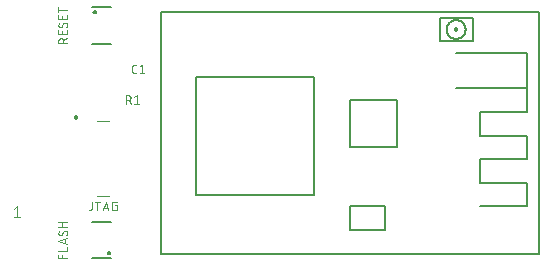
<source format=gto>
G04 EAGLE Gerber RS-274X export*
G75*
%MOMM*%
%FSLAX34Y34*%
%LPD*%
%INSilkscreen Top*%
%IPPOS*%
%AMOC8*
5,1,8,0,0,1.08239X$1,22.5*%
G01*
%ADD10C,0.076200*%
%ADD11C,0.127000*%
%ADD12C,0.100000*%
%ADD13C,0.200000*%
%ADD14C,0.200000*%


D10*
X25381Y50691D02*
X27992Y52779D01*
X27992Y43381D01*
X30602Y43381D02*
X25381Y43381D01*
X127518Y165317D02*
X129155Y165317D01*
X127518Y165317D02*
X127440Y165319D01*
X127362Y165324D01*
X127285Y165334D01*
X127208Y165347D01*
X127132Y165363D01*
X127057Y165383D01*
X126983Y165407D01*
X126910Y165434D01*
X126838Y165465D01*
X126768Y165499D01*
X126700Y165536D01*
X126633Y165577D01*
X126568Y165621D01*
X126506Y165667D01*
X126446Y165717D01*
X126388Y165769D01*
X126333Y165824D01*
X126281Y165882D01*
X126231Y165942D01*
X126185Y166004D01*
X126141Y166069D01*
X126100Y166136D01*
X126063Y166204D01*
X126029Y166274D01*
X125998Y166346D01*
X125971Y166419D01*
X125947Y166493D01*
X125927Y166568D01*
X125911Y166644D01*
X125898Y166721D01*
X125888Y166798D01*
X125883Y166876D01*
X125881Y166954D01*
X125881Y171046D01*
X125883Y171126D01*
X125889Y171206D01*
X125899Y171286D01*
X125912Y171365D01*
X125930Y171444D01*
X125951Y171521D01*
X125977Y171597D01*
X126006Y171672D01*
X126038Y171746D01*
X126074Y171818D01*
X126114Y171888D01*
X126157Y171955D01*
X126203Y172021D01*
X126253Y172084D01*
X126305Y172145D01*
X126360Y172204D01*
X126419Y172259D01*
X126479Y172311D01*
X126543Y172361D01*
X126609Y172407D01*
X126676Y172450D01*
X126746Y172490D01*
X126818Y172526D01*
X126892Y172558D01*
X126966Y172587D01*
X127043Y172613D01*
X127120Y172634D01*
X127199Y172652D01*
X127278Y172665D01*
X127358Y172675D01*
X127438Y172681D01*
X127518Y172683D01*
X129155Y172683D01*
X132000Y171046D02*
X134046Y172683D01*
X134046Y165317D01*
X132000Y165317D02*
X136092Y165317D01*
D11*
X150000Y12500D02*
X470000Y12500D01*
X470000Y217500D01*
X150000Y217500D01*
X150000Y12500D01*
X180000Y62500D02*
X180000Y162500D01*
X180000Y62500D02*
X280000Y62500D01*
X280000Y162500D01*
X180000Y162500D01*
X310000Y142500D02*
X310000Y102500D01*
X350000Y102500D01*
X350000Y142500D01*
X310000Y142500D01*
X310000Y52500D02*
X310000Y32500D01*
X340000Y32500D01*
X340000Y52500D01*
X310000Y52500D01*
X386000Y192500D02*
X386000Y212500D01*
X386000Y192500D02*
X414000Y192500D01*
X414000Y212500D01*
X386000Y212500D01*
X400000Y152500D02*
X460000Y152500D01*
X460000Y132500D01*
X420000Y132500D01*
X420000Y112500D01*
X460000Y112500D01*
X460000Y92500D01*
X420000Y92500D01*
X420000Y72500D01*
X460000Y72500D01*
X460000Y52500D01*
X420000Y52500D01*
X460000Y152500D02*
X460000Y182500D01*
X400000Y182500D01*
X392000Y202500D02*
X392002Y202696D01*
X392010Y202893D01*
X392022Y203089D01*
X392039Y203284D01*
X392060Y203479D01*
X392087Y203674D01*
X392118Y203868D01*
X392154Y204061D01*
X392194Y204253D01*
X392240Y204444D01*
X392290Y204634D01*
X392344Y204822D01*
X392404Y205009D01*
X392468Y205195D01*
X392536Y205379D01*
X392609Y205561D01*
X392686Y205742D01*
X392768Y205920D01*
X392854Y206097D01*
X392945Y206271D01*
X393039Y206443D01*
X393138Y206613D01*
X393241Y206780D01*
X393348Y206945D01*
X393459Y207106D01*
X393574Y207266D01*
X393693Y207422D01*
X393816Y207575D01*
X393942Y207725D01*
X394072Y207872D01*
X394206Y208016D01*
X394343Y208157D01*
X394484Y208294D01*
X394628Y208428D01*
X394775Y208558D01*
X394925Y208684D01*
X395078Y208807D01*
X395234Y208926D01*
X395394Y209041D01*
X395555Y209152D01*
X395720Y209259D01*
X395887Y209362D01*
X396057Y209461D01*
X396229Y209555D01*
X396403Y209646D01*
X396580Y209732D01*
X396758Y209814D01*
X396939Y209891D01*
X397121Y209964D01*
X397305Y210032D01*
X397491Y210096D01*
X397678Y210156D01*
X397866Y210210D01*
X398056Y210260D01*
X398247Y210306D01*
X398439Y210346D01*
X398632Y210382D01*
X398826Y210413D01*
X399021Y210440D01*
X399216Y210461D01*
X399411Y210478D01*
X399607Y210490D01*
X399804Y210498D01*
X400000Y210500D01*
X400196Y210498D01*
X400393Y210490D01*
X400589Y210478D01*
X400784Y210461D01*
X400979Y210440D01*
X401174Y210413D01*
X401368Y210382D01*
X401561Y210346D01*
X401753Y210306D01*
X401944Y210260D01*
X402134Y210210D01*
X402322Y210156D01*
X402509Y210096D01*
X402695Y210032D01*
X402879Y209964D01*
X403061Y209891D01*
X403242Y209814D01*
X403420Y209732D01*
X403597Y209646D01*
X403771Y209555D01*
X403943Y209461D01*
X404113Y209362D01*
X404280Y209259D01*
X404445Y209152D01*
X404606Y209041D01*
X404766Y208926D01*
X404922Y208807D01*
X405075Y208684D01*
X405225Y208558D01*
X405372Y208428D01*
X405516Y208294D01*
X405657Y208157D01*
X405794Y208016D01*
X405928Y207872D01*
X406058Y207725D01*
X406184Y207575D01*
X406307Y207422D01*
X406426Y207266D01*
X406541Y207106D01*
X406652Y206945D01*
X406759Y206780D01*
X406862Y206613D01*
X406961Y206443D01*
X407055Y206271D01*
X407146Y206097D01*
X407232Y205920D01*
X407314Y205742D01*
X407391Y205561D01*
X407464Y205379D01*
X407532Y205195D01*
X407596Y205009D01*
X407656Y204822D01*
X407710Y204634D01*
X407760Y204444D01*
X407806Y204253D01*
X407846Y204061D01*
X407882Y203868D01*
X407913Y203674D01*
X407940Y203479D01*
X407961Y203284D01*
X407978Y203089D01*
X407990Y202893D01*
X407998Y202696D01*
X408000Y202500D01*
X407998Y202304D01*
X407990Y202107D01*
X407978Y201911D01*
X407961Y201716D01*
X407940Y201521D01*
X407913Y201326D01*
X407882Y201132D01*
X407846Y200939D01*
X407806Y200747D01*
X407760Y200556D01*
X407710Y200366D01*
X407656Y200178D01*
X407596Y199991D01*
X407532Y199805D01*
X407464Y199621D01*
X407391Y199439D01*
X407314Y199258D01*
X407232Y199080D01*
X407146Y198903D01*
X407055Y198729D01*
X406961Y198557D01*
X406862Y198387D01*
X406759Y198220D01*
X406652Y198055D01*
X406541Y197894D01*
X406426Y197734D01*
X406307Y197578D01*
X406184Y197425D01*
X406058Y197275D01*
X405928Y197128D01*
X405794Y196984D01*
X405657Y196843D01*
X405516Y196706D01*
X405372Y196572D01*
X405225Y196442D01*
X405075Y196316D01*
X404922Y196193D01*
X404766Y196074D01*
X404606Y195959D01*
X404445Y195848D01*
X404280Y195741D01*
X404113Y195638D01*
X403943Y195539D01*
X403771Y195445D01*
X403597Y195354D01*
X403420Y195268D01*
X403242Y195186D01*
X403061Y195109D01*
X402879Y195036D01*
X402695Y194968D01*
X402509Y194904D01*
X402322Y194844D01*
X402134Y194790D01*
X401944Y194740D01*
X401753Y194694D01*
X401561Y194654D01*
X401368Y194618D01*
X401174Y194587D01*
X400979Y194560D01*
X400784Y194539D01*
X400589Y194522D01*
X400393Y194510D01*
X400196Y194502D01*
X400000Y194500D01*
X399804Y194502D01*
X399607Y194510D01*
X399411Y194522D01*
X399216Y194539D01*
X399021Y194560D01*
X398826Y194587D01*
X398632Y194618D01*
X398439Y194654D01*
X398247Y194694D01*
X398056Y194740D01*
X397866Y194790D01*
X397678Y194844D01*
X397491Y194904D01*
X397305Y194968D01*
X397121Y195036D01*
X396939Y195109D01*
X396758Y195186D01*
X396580Y195268D01*
X396403Y195354D01*
X396229Y195445D01*
X396057Y195539D01*
X395887Y195638D01*
X395720Y195741D01*
X395555Y195848D01*
X395394Y195959D01*
X395234Y196074D01*
X395078Y196193D01*
X394925Y196316D01*
X394775Y196442D01*
X394628Y196572D01*
X394484Y196706D01*
X394343Y196843D01*
X394206Y196984D01*
X394072Y197128D01*
X393942Y197275D01*
X393816Y197425D01*
X393693Y197578D01*
X393574Y197734D01*
X393459Y197894D01*
X393348Y198055D01*
X393241Y198220D01*
X393138Y198387D01*
X393039Y198557D01*
X392945Y198729D01*
X392854Y198903D01*
X392768Y199080D01*
X392686Y199258D01*
X392609Y199439D01*
X392536Y199621D01*
X392468Y199805D01*
X392404Y199991D01*
X392344Y200178D01*
X392290Y200366D01*
X392240Y200556D01*
X392194Y200747D01*
X392154Y200939D01*
X392118Y201132D01*
X392087Y201326D01*
X392060Y201521D01*
X392039Y201716D01*
X392022Y201911D01*
X392010Y202107D01*
X392002Y202304D01*
X392000Y202500D01*
X399000Y202500D02*
X399002Y202563D01*
X399008Y202625D01*
X399018Y202687D01*
X399031Y202749D01*
X399049Y202809D01*
X399070Y202868D01*
X399095Y202926D01*
X399124Y202982D01*
X399156Y203036D01*
X399191Y203088D01*
X399229Y203137D01*
X399271Y203185D01*
X399315Y203229D01*
X399363Y203271D01*
X399412Y203309D01*
X399464Y203344D01*
X399518Y203376D01*
X399574Y203405D01*
X399632Y203430D01*
X399691Y203451D01*
X399751Y203469D01*
X399813Y203482D01*
X399875Y203492D01*
X399937Y203498D01*
X400000Y203500D01*
X400063Y203498D01*
X400125Y203492D01*
X400187Y203482D01*
X400249Y203469D01*
X400309Y203451D01*
X400368Y203430D01*
X400426Y203405D01*
X400482Y203376D01*
X400536Y203344D01*
X400588Y203309D01*
X400637Y203271D01*
X400685Y203229D01*
X400729Y203185D01*
X400771Y203137D01*
X400809Y203088D01*
X400844Y203036D01*
X400876Y202982D01*
X400905Y202926D01*
X400930Y202868D01*
X400951Y202809D01*
X400969Y202749D01*
X400982Y202687D01*
X400992Y202625D01*
X400998Y202563D01*
X401000Y202500D01*
X400998Y202437D01*
X400992Y202375D01*
X400982Y202313D01*
X400969Y202251D01*
X400951Y202191D01*
X400930Y202132D01*
X400905Y202074D01*
X400876Y202018D01*
X400844Y201964D01*
X400809Y201912D01*
X400771Y201863D01*
X400729Y201815D01*
X400685Y201771D01*
X400637Y201729D01*
X400588Y201691D01*
X400536Y201656D01*
X400482Y201624D01*
X400426Y201595D01*
X400368Y201570D01*
X400309Y201549D01*
X400249Y201531D01*
X400187Y201518D01*
X400125Y201508D01*
X400063Y201502D01*
X400000Y201500D01*
X399937Y201502D01*
X399875Y201508D01*
X399813Y201518D01*
X399751Y201531D01*
X399691Y201549D01*
X399632Y201570D01*
X399574Y201595D01*
X399518Y201624D01*
X399464Y201656D01*
X399412Y201691D01*
X399363Y201729D01*
X399315Y201771D01*
X399271Y201815D01*
X399229Y201863D01*
X399191Y201912D01*
X399156Y201964D01*
X399124Y202018D01*
X399095Y202074D01*
X399070Y202132D01*
X399049Y202191D01*
X399031Y202251D01*
X399018Y202313D01*
X399008Y202375D01*
X399002Y202437D01*
X399000Y202500D01*
D10*
X120365Y146683D02*
X120365Y139317D01*
X120365Y146683D02*
X122411Y146683D01*
X122500Y146681D01*
X122589Y146675D01*
X122678Y146665D01*
X122766Y146652D01*
X122854Y146635D01*
X122941Y146613D01*
X123026Y146588D01*
X123111Y146560D01*
X123194Y146527D01*
X123276Y146491D01*
X123356Y146452D01*
X123434Y146409D01*
X123510Y146363D01*
X123585Y146313D01*
X123657Y146260D01*
X123726Y146204D01*
X123793Y146145D01*
X123858Y146084D01*
X123919Y146019D01*
X123978Y145952D01*
X124034Y145883D01*
X124087Y145811D01*
X124137Y145736D01*
X124183Y145660D01*
X124226Y145582D01*
X124265Y145502D01*
X124301Y145420D01*
X124334Y145337D01*
X124362Y145252D01*
X124387Y145167D01*
X124409Y145080D01*
X124426Y144992D01*
X124439Y144904D01*
X124449Y144815D01*
X124455Y144726D01*
X124457Y144637D01*
X124455Y144548D01*
X124449Y144459D01*
X124439Y144370D01*
X124426Y144282D01*
X124409Y144194D01*
X124387Y144107D01*
X124362Y144022D01*
X124334Y143937D01*
X124301Y143854D01*
X124265Y143772D01*
X124226Y143692D01*
X124183Y143614D01*
X124137Y143538D01*
X124087Y143463D01*
X124034Y143391D01*
X123978Y143322D01*
X123919Y143255D01*
X123858Y143190D01*
X123793Y143129D01*
X123726Y143070D01*
X123657Y143014D01*
X123585Y142961D01*
X123510Y142911D01*
X123434Y142865D01*
X123356Y142822D01*
X123276Y142783D01*
X123194Y142747D01*
X123111Y142714D01*
X123026Y142686D01*
X122941Y142661D01*
X122854Y142639D01*
X122766Y142622D01*
X122678Y142609D01*
X122589Y142599D01*
X122500Y142593D01*
X122411Y142591D01*
X120365Y142591D01*
X122820Y142591D02*
X124457Y139317D01*
X127629Y145046D02*
X129675Y146683D01*
X129675Y139317D01*
X127629Y139317D02*
X131721Y139317D01*
D12*
X106000Y61250D02*
X96000Y61250D01*
X96000Y124750D02*
X106000Y124750D01*
D13*
X79000Y128000D03*
D14*
X78998Y127938D01*
X78992Y127877D01*
X78983Y127816D01*
X78970Y127756D01*
X78953Y127697D01*
X78932Y127639D01*
X78908Y127582D01*
X78881Y127527D01*
X78850Y127474D01*
X78816Y127422D01*
X78779Y127373D01*
X78739Y127326D01*
X78696Y127282D01*
X78651Y127241D01*
X78603Y127202D01*
X78552Y127166D01*
X78500Y127134D01*
X78446Y127105D01*
X78390Y127079D01*
X78332Y127057D01*
X78274Y127038D01*
X78214Y127023D01*
X78153Y127012D01*
X78092Y127004D01*
X78031Y127000D01*
X77969Y127000D01*
X77908Y127004D01*
X77847Y127012D01*
X77786Y127023D01*
X77726Y127038D01*
X77668Y127057D01*
X77610Y127079D01*
X77554Y127105D01*
X77500Y127134D01*
X77448Y127166D01*
X77397Y127202D01*
X77349Y127241D01*
X77304Y127282D01*
X77261Y127326D01*
X77221Y127373D01*
X77184Y127422D01*
X77150Y127474D01*
X77119Y127527D01*
X77092Y127582D01*
X77068Y127639D01*
X77047Y127697D01*
X77030Y127756D01*
X77017Y127816D01*
X77008Y127877D01*
X77002Y127938D01*
X77000Y128000D01*
D13*
X77000Y128000D03*
D14*
X77002Y128062D01*
X77008Y128123D01*
X77017Y128184D01*
X77030Y128244D01*
X77047Y128303D01*
X77068Y128361D01*
X77092Y128418D01*
X77119Y128473D01*
X77150Y128526D01*
X77184Y128578D01*
X77221Y128627D01*
X77261Y128674D01*
X77304Y128718D01*
X77349Y128759D01*
X77397Y128798D01*
X77448Y128834D01*
X77500Y128866D01*
X77554Y128895D01*
X77610Y128921D01*
X77668Y128943D01*
X77726Y128962D01*
X77786Y128977D01*
X77847Y128988D01*
X77908Y128996D01*
X77969Y129000D01*
X78031Y129000D01*
X78092Y128996D01*
X78153Y128988D01*
X78214Y128977D01*
X78274Y128962D01*
X78332Y128943D01*
X78390Y128921D01*
X78446Y128895D01*
X78500Y128866D01*
X78552Y128834D01*
X78603Y128798D01*
X78651Y128759D01*
X78696Y128718D01*
X78739Y128674D01*
X78779Y128627D01*
X78816Y128578D01*
X78850Y128526D01*
X78881Y128473D01*
X78908Y128418D01*
X78932Y128361D01*
X78953Y128303D01*
X78970Y128244D01*
X78983Y128184D01*
X78992Y128123D01*
X78998Y128062D01*
X79000Y128000D01*
D10*
X91395Y56683D02*
X91395Y50954D01*
X91393Y50876D01*
X91388Y50798D01*
X91378Y50721D01*
X91365Y50644D01*
X91349Y50568D01*
X91329Y50493D01*
X91305Y50419D01*
X91278Y50346D01*
X91247Y50274D01*
X91213Y50204D01*
X91176Y50136D01*
X91135Y50069D01*
X91091Y50004D01*
X91045Y49942D01*
X90995Y49882D01*
X90943Y49824D01*
X90888Y49769D01*
X90830Y49717D01*
X90770Y49667D01*
X90708Y49621D01*
X90643Y49577D01*
X90577Y49536D01*
X90508Y49499D01*
X90438Y49465D01*
X90366Y49434D01*
X90293Y49407D01*
X90219Y49383D01*
X90144Y49363D01*
X90068Y49347D01*
X89991Y49334D01*
X89914Y49324D01*
X89836Y49319D01*
X89758Y49317D01*
X88940Y49317D01*
X96388Y49317D02*
X96388Y56683D01*
X94342Y56683D02*
X98434Y56683D01*
X103215Y56683D02*
X100760Y49317D01*
X105671Y49317D02*
X103215Y56683D01*
X101374Y51159D02*
X105057Y51159D01*
X111593Y53409D02*
X112820Y53409D01*
X112820Y49317D01*
X110365Y49317D01*
X110287Y49319D01*
X110209Y49324D01*
X110132Y49334D01*
X110055Y49347D01*
X109979Y49363D01*
X109904Y49383D01*
X109830Y49407D01*
X109757Y49434D01*
X109685Y49465D01*
X109615Y49499D01*
X109547Y49536D01*
X109480Y49577D01*
X109415Y49621D01*
X109353Y49667D01*
X109293Y49717D01*
X109235Y49769D01*
X109180Y49824D01*
X109128Y49882D01*
X109078Y49942D01*
X109032Y50004D01*
X108988Y50069D01*
X108947Y50136D01*
X108910Y50204D01*
X108876Y50274D01*
X108845Y50346D01*
X108818Y50419D01*
X108794Y50493D01*
X108774Y50568D01*
X108758Y50644D01*
X108745Y50721D01*
X108735Y50798D01*
X108730Y50876D01*
X108728Y50954D01*
X108728Y55046D01*
X108730Y55126D01*
X108736Y55206D01*
X108746Y55286D01*
X108759Y55365D01*
X108777Y55444D01*
X108798Y55521D01*
X108824Y55597D01*
X108853Y55672D01*
X108885Y55746D01*
X108921Y55818D01*
X108961Y55888D01*
X109004Y55955D01*
X109050Y56021D01*
X109100Y56084D01*
X109152Y56145D01*
X109207Y56204D01*
X109266Y56259D01*
X109326Y56311D01*
X109390Y56361D01*
X109456Y56407D01*
X109523Y56450D01*
X109593Y56490D01*
X109665Y56526D01*
X109739Y56558D01*
X109813Y56587D01*
X109890Y56613D01*
X109967Y56634D01*
X110046Y56652D01*
X110125Y56665D01*
X110205Y56675D01*
X110285Y56681D01*
X110365Y56683D01*
X112820Y56683D01*
D14*
X108000Y221500D02*
X92000Y221500D01*
X92000Y190500D02*
X108000Y190500D01*
X93000Y217000D02*
X93002Y217063D01*
X93008Y217125D01*
X93018Y217187D01*
X93031Y217249D01*
X93049Y217309D01*
X93070Y217368D01*
X93095Y217426D01*
X93124Y217482D01*
X93156Y217536D01*
X93191Y217588D01*
X93229Y217637D01*
X93271Y217685D01*
X93315Y217729D01*
X93363Y217771D01*
X93412Y217809D01*
X93464Y217844D01*
X93518Y217876D01*
X93574Y217905D01*
X93632Y217930D01*
X93691Y217951D01*
X93751Y217969D01*
X93813Y217982D01*
X93875Y217992D01*
X93937Y217998D01*
X94000Y218000D01*
X94063Y217998D01*
X94125Y217992D01*
X94187Y217982D01*
X94249Y217969D01*
X94309Y217951D01*
X94368Y217930D01*
X94426Y217905D01*
X94482Y217876D01*
X94536Y217844D01*
X94588Y217809D01*
X94637Y217771D01*
X94685Y217729D01*
X94729Y217685D01*
X94771Y217637D01*
X94809Y217588D01*
X94844Y217536D01*
X94876Y217482D01*
X94905Y217426D01*
X94930Y217368D01*
X94951Y217309D01*
X94969Y217249D01*
X94982Y217187D01*
X94992Y217125D01*
X94998Y217063D01*
X95000Y217000D01*
X94998Y216937D01*
X94992Y216875D01*
X94982Y216813D01*
X94969Y216751D01*
X94951Y216691D01*
X94930Y216632D01*
X94905Y216574D01*
X94876Y216518D01*
X94844Y216464D01*
X94809Y216412D01*
X94771Y216363D01*
X94729Y216315D01*
X94685Y216271D01*
X94637Y216229D01*
X94588Y216191D01*
X94536Y216156D01*
X94482Y216124D01*
X94426Y216095D01*
X94368Y216070D01*
X94309Y216049D01*
X94249Y216031D01*
X94187Y216018D01*
X94125Y216008D01*
X94063Y216002D01*
X94000Y216000D01*
X93937Y216002D01*
X93875Y216008D01*
X93813Y216018D01*
X93751Y216031D01*
X93691Y216049D01*
X93632Y216070D01*
X93574Y216095D01*
X93518Y216124D01*
X93464Y216156D01*
X93412Y216191D01*
X93363Y216229D01*
X93315Y216271D01*
X93271Y216315D01*
X93229Y216363D01*
X93191Y216412D01*
X93156Y216464D01*
X93124Y216518D01*
X93095Y216574D01*
X93070Y216632D01*
X93049Y216691D01*
X93031Y216751D01*
X93018Y216813D01*
X93008Y216875D01*
X93002Y216937D01*
X93000Y217000D01*
D10*
X70683Y190812D02*
X63317Y190812D01*
X63317Y192858D01*
X63319Y192947D01*
X63325Y193036D01*
X63335Y193125D01*
X63348Y193213D01*
X63365Y193301D01*
X63387Y193388D01*
X63412Y193473D01*
X63440Y193558D01*
X63473Y193641D01*
X63509Y193723D01*
X63548Y193803D01*
X63591Y193881D01*
X63637Y193957D01*
X63687Y194032D01*
X63740Y194104D01*
X63796Y194173D01*
X63855Y194240D01*
X63916Y194305D01*
X63981Y194366D01*
X64048Y194425D01*
X64117Y194481D01*
X64189Y194534D01*
X64264Y194584D01*
X64340Y194630D01*
X64418Y194673D01*
X64498Y194712D01*
X64580Y194748D01*
X64663Y194781D01*
X64748Y194809D01*
X64833Y194834D01*
X64920Y194856D01*
X65008Y194873D01*
X65096Y194886D01*
X65185Y194896D01*
X65274Y194902D01*
X65363Y194904D01*
X65452Y194902D01*
X65541Y194896D01*
X65630Y194886D01*
X65718Y194873D01*
X65806Y194856D01*
X65893Y194834D01*
X65978Y194809D01*
X66063Y194781D01*
X66146Y194748D01*
X66228Y194712D01*
X66308Y194673D01*
X66386Y194630D01*
X66462Y194584D01*
X66537Y194534D01*
X66609Y194481D01*
X66678Y194425D01*
X66745Y194366D01*
X66810Y194305D01*
X66871Y194240D01*
X66930Y194173D01*
X66986Y194104D01*
X67039Y194032D01*
X67089Y193957D01*
X67135Y193881D01*
X67178Y193803D01*
X67217Y193723D01*
X67253Y193641D01*
X67286Y193558D01*
X67314Y193473D01*
X67339Y193388D01*
X67361Y193301D01*
X67378Y193213D01*
X67391Y193125D01*
X67401Y193036D01*
X67407Y192947D01*
X67409Y192858D01*
X67409Y190812D01*
X67409Y193267D02*
X70683Y194904D01*
X70683Y198336D02*
X70683Y201609D01*
X70683Y198336D02*
X63317Y198336D01*
X63317Y201609D01*
X66591Y200791D02*
X66591Y198336D01*
X70683Y206627D02*
X70681Y206705D01*
X70676Y206783D01*
X70666Y206860D01*
X70653Y206937D01*
X70637Y207013D01*
X70617Y207088D01*
X70593Y207162D01*
X70566Y207235D01*
X70535Y207307D01*
X70501Y207377D01*
X70464Y207446D01*
X70423Y207512D01*
X70379Y207577D01*
X70333Y207639D01*
X70283Y207699D01*
X70231Y207757D01*
X70176Y207812D01*
X70118Y207864D01*
X70058Y207914D01*
X69996Y207960D01*
X69931Y208004D01*
X69865Y208045D01*
X69796Y208082D01*
X69726Y208116D01*
X69654Y208147D01*
X69581Y208174D01*
X69507Y208198D01*
X69432Y208218D01*
X69356Y208234D01*
X69279Y208247D01*
X69202Y208257D01*
X69124Y208262D01*
X69046Y208264D01*
X70683Y206627D02*
X70681Y206513D01*
X70676Y206400D01*
X70666Y206286D01*
X70653Y206173D01*
X70636Y206061D01*
X70616Y205949D01*
X70592Y205838D01*
X70564Y205727D01*
X70533Y205618D01*
X70498Y205510D01*
X70459Y205403D01*
X70417Y205297D01*
X70372Y205193D01*
X70323Y205090D01*
X70270Y204989D01*
X70215Y204890D01*
X70156Y204792D01*
X70094Y204697D01*
X70029Y204604D01*
X69961Y204512D01*
X69890Y204424D01*
X69816Y204337D01*
X69739Y204253D01*
X69660Y204172D01*
X64954Y204377D02*
X64876Y204379D01*
X64798Y204384D01*
X64721Y204394D01*
X64644Y204407D01*
X64568Y204423D01*
X64493Y204443D01*
X64419Y204467D01*
X64346Y204494D01*
X64274Y204525D01*
X64204Y204559D01*
X64136Y204596D01*
X64069Y204637D01*
X64004Y204681D01*
X63942Y204727D01*
X63882Y204777D01*
X63824Y204829D01*
X63769Y204884D01*
X63717Y204942D01*
X63667Y205002D01*
X63621Y205064D01*
X63577Y205129D01*
X63536Y205196D01*
X63499Y205264D01*
X63465Y205334D01*
X63434Y205406D01*
X63407Y205479D01*
X63383Y205553D01*
X63363Y205628D01*
X63347Y205704D01*
X63334Y205781D01*
X63324Y205858D01*
X63319Y205936D01*
X63317Y206014D01*
X63319Y206124D01*
X63325Y206233D01*
X63335Y206343D01*
X63348Y206451D01*
X63366Y206560D01*
X63387Y206667D01*
X63413Y206774D01*
X63442Y206880D01*
X63474Y206985D01*
X63511Y207088D01*
X63551Y207190D01*
X63595Y207291D01*
X63643Y207390D01*
X63693Y207487D01*
X63748Y207582D01*
X63806Y207675D01*
X63867Y207766D01*
X63931Y207855D01*
X66386Y205195D02*
X66344Y205129D01*
X66300Y205064D01*
X66252Y205002D01*
X66202Y204942D01*
X66149Y204884D01*
X66093Y204829D01*
X66035Y204776D01*
X65974Y204727D01*
X65911Y204680D01*
X65846Y204636D01*
X65779Y204596D01*
X65710Y204559D01*
X65639Y204525D01*
X65567Y204494D01*
X65493Y204467D01*
X65418Y204443D01*
X65343Y204423D01*
X65266Y204407D01*
X65189Y204394D01*
X65111Y204384D01*
X65032Y204379D01*
X64954Y204377D01*
X67613Y207446D02*
X67655Y207513D01*
X67699Y207578D01*
X67747Y207640D01*
X67797Y207700D01*
X67850Y207758D01*
X67906Y207813D01*
X67965Y207865D01*
X68025Y207915D01*
X68089Y207962D01*
X68154Y208005D01*
X68221Y208046D01*
X68290Y208083D01*
X68361Y208117D01*
X68433Y208148D01*
X68507Y208175D01*
X68581Y208199D01*
X68657Y208219D01*
X68734Y208235D01*
X68811Y208248D01*
X68889Y208258D01*
X68968Y208263D01*
X69046Y208265D01*
X67614Y207446D02*
X66386Y205195D01*
X70683Y211503D02*
X70683Y214777D01*
X70683Y211503D02*
X63317Y211503D01*
X63317Y214777D01*
X66591Y213958D02*
X66591Y211503D01*
X63317Y219142D02*
X70683Y219142D01*
X63317Y217096D02*
X63317Y221188D01*
D14*
X92000Y8500D02*
X108000Y8500D01*
X108000Y39500D02*
X92000Y39500D01*
X105000Y13000D02*
X105002Y13063D01*
X105008Y13125D01*
X105018Y13187D01*
X105031Y13249D01*
X105049Y13309D01*
X105070Y13368D01*
X105095Y13426D01*
X105124Y13482D01*
X105156Y13536D01*
X105191Y13588D01*
X105229Y13637D01*
X105271Y13685D01*
X105315Y13729D01*
X105363Y13771D01*
X105412Y13809D01*
X105464Y13844D01*
X105518Y13876D01*
X105574Y13905D01*
X105632Y13930D01*
X105691Y13951D01*
X105751Y13969D01*
X105813Y13982D01*
X105875Y13992D01*
X105937Y13998D01*
X106000Y14000D01*
X106063Y13998D01*
X106125Y13992D01*
X106187Y13982D01*
X106249Y13969D01*
X106309Y13951D01*
X106368Y13930D01*
X106426Y13905D01*
X106482Y13876D01*
X106536Y13844D01*
X106588Y13809D01*
X106637Y13771D01*
X106685Y13729D01*
X106729Y13685D01*
X106771Y13637D01*
X106809Y13588D01*
X106844Y13536D01*
X106876Y13482D01*
X106905Y13426D01*
X106930Y13368D01*
X106951Y13309D01*
X106969Y13249D01*
X106982Y13187D01*
X106992Y13125D01*
X106998Y13063D01*
X107000Y13000D01*
X106998Y12937D01*
X106992Y12875D01*
X106982Y12813D01*
X106969Y12751D01*
X106951Y12691D01*
X106930Y12632D01*
X106905Y12574D01*
X106876Y12518D01*
X106844Y12464D01*
X106809Y12412D01*
X106771Y12363D01*
X106729Y12315D01*
X106685Y12271D01*
X106637Y12229D01*
X106588Y12191D01*
X106536Y12156D01*
X106482Y12124D01*
X106426Y12095D01*
X106368Y12070D01*
X106309Y12049D01*
X106249Y12031D01*
X106187Y12018D01*
X106125Y12008D01*
X106063Y12002D01*
X106000Y12000D01*
X105937Y12002D01*
X105875Y12008D01*
X105813Y12018D01*
X105751Y12031D01*
X105691Y12049D01*
X105632Y12070D01*
X105574Y12095D01*
X105518Y12124D01*
X105464Y12156D01*
X105412Y12191D01*
X105363Y12229D01*
X105315Y12271D01*
X105271Y12315D01*
X105229Y12363D01*
X105191Y12412D01*
X105156Y12464D01*
X105124Y12518D01*
X105095Y12574D01*
X105070Y12632D01*
X105049Y12691D01*
X105031Y12751D01*
X105018Y12813D01*
X105008Y12875D01*
X105002Y12937D01*
X105000Y13000D01*
D10*
X70683Y8551D02*
X63317Y8551D01*
X63317Y11824D01*
X66591Y11824D02*
X66591Y8551D01*
X63317Y14890D02*
X70683Y14890D01*
X70683Y18164D01*
X70683Y20561D02*
X63317Y23017D01*
X70683Y25472D01*
X68842Y24858D02*
X68842Y21175D01*
X70683Y30497D02*
X70681Y30575D01*
X70676Y30653D01*
X70666Y30730D01*
X70653Y30807D01*
X70637Y30883D01*
X70617Y30958D01*
X70593Y31032D01*
X70566Y31105D01*
X70535Y31177D01*
X70501Y31247D01*
X70464Y31316D01*
X70423Y31382D01*
X70379Y31447D01*
X70333Y31509D01*
X70283Y31569D01*
X70231Y31627D01*
X70176Y31682D01*
X70118Y31734D01*
X70058Y31784D01*
X69996Y31830D01*
X69931Y31874D01*
X69865Y31915D01*
X69796Y31952D01*
X69726Y31986D01*
X69654Y32017D01*
X69581Y32044D01*
X69507Y32068D01*
X69432Y32088D01*
X69356Y32104D01*
X69279Y32117D01*
X69202Y32127D01*
X69124Y32132D01*
X69046Y32134D01*
X70683Y30497D02*
X70681Y30383D01*
X70676Y30270D01*
X70666Y30156D01*
X70653Y30043D01*
X70636Y29931D01*
X70616Y29819D01*
X70592Y29708D01*
X70564Y29597D01*
X70533Y29488D01*
X70498Y29380D01*
X70459Y29273D01*
X70417Y29167D01*
X70372Y29063D01*
X70323Y28960D01*
X70270Y28859D01*
X70215Y28760D01*
X70156Y28662D01*
X70094Y28567D01*
X70029Y28474D01*
X69961Y28382D01*
X69890Y28294D01*
X69816Y28207D01*
X69739Y28123D01*
X69660Y28042D01*
X64954Y28247D02*
X64876Y28249D01*
X64798Y28254D01*
X64721Y28264D01*
X64644Y28277D01*
X64568Y28293D01*
X64493Y28313D01*
X64419Y28337D01*
X64346Y28364D01*
X64274Y28395D01*
X64204Y28429D01*
X64136Y28466D01*
X64069Y28507D01*
X64004Y28551D01*
X63942Y28597D01*
X63882Y28647D01*
X63824Y28699D01*
X63769Y28754D01*
X63717Y28812D01*
X63667Y28872D01*
X63621Y28934D01*
X63577Y28999D01*
X63536Y29066D01*
X63499Y29134D01*
X63465Y29204D01*
X63434Y29276D01*
X63407Y29349D01*
X63383Y29423D01*
X63363Y29498D01*
X63347Y29574D01*
X63334Y29651D01*
X63324Y29728D01*
X63319Y29806D01*
X63317Y29884D01*
X63319Y29994D01*
X63325Y30103D01*
X63335Y30213D01*
X63348Y30321D01*
X63366Y30430D01*
X63387Y30537D01*
X63413Y30644D01*
X63442Y30750D01*
X63474Y30855D01*
X63511Y30958D01*
X63551Y31060D01*
X63595Y31161D01*
X63643Y31260D01*
X63693Y31357D01*
X63748Y31452D01*
X63806Y31545D01*
X63867Y31636D01*
X63931Y31725D01*
X66386Y29065D02*
X66344Y28999D01*
X66300Y28934D01*
X66252Y28872D01*
X66202Y28812D01*
X66149Y28754D01*
X66093Y28699D01*
X66035Y28646D01*
X65974Y28597D01*
X65911Y28550D01*
X65846Y28506D01*
X65779Y28466D01*
X65710Y28429D01*
X65639Y28395D01*
X65567Y28364D01*
X65493Y28337D01*
X65418Y28313D01*
X65343Y28293D01*
X65266Y28277D01*
X65189Y28264D01*
X65111Y28254D01*
X65032Y28249D01*
X64954Y28247D01*
X67613Y31316D02*
X67655Y31383D01*
X67699Y31448D01*
X67747Y31510D01*
X67797Y31570D01*
X67850Y31628D01*
X67906Y31683D01*
X67965Y31735D01*
X68025Y31785D01*
X68089Y31832D01*
X68154Y31875D01*
X68221Y31916D01*
X68290Y31953D01*
X68361Y31987D01*
X68433Y32018D01*
X68507Y32045D01*
X68581Y32069D01*
X68657Y32089D01*
X68734Y32105D01*
X68811Y32118D01*
X68889Y32128D01*
X68968Y32133D01*
X69046Y32135D01*
X67614Y31316D02*
X66386Y29065D01*
X63317Y35357D02*
X70683Y35357D01*
X66591Y35357D02*
X66591Y39449D01*
X63317Y39449D02*
X70683Y39449D01*
M02*

</source>
